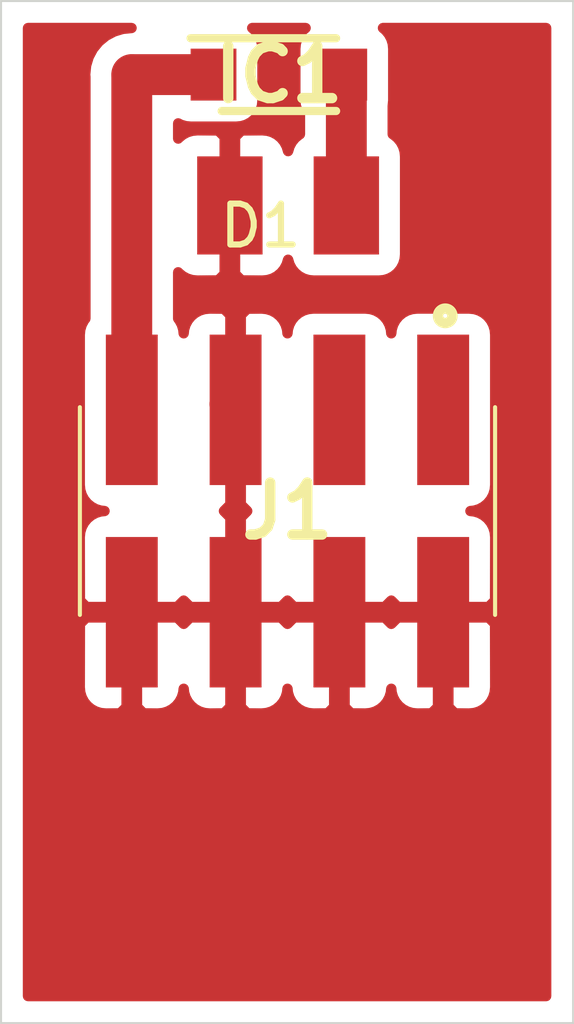
<source format=kicad_pcb>
(kicad_pcb (version 20171130) (host pcbnew "(5.1.6)-1")

  (general
    (thickness 1.6)
    (drawings 27)
    (tracks 5)
    (zones 0)
    (modules 3)
    (nets 4)
  )

  (page A4)
  (layers
    (0 F.Cu signal)
    (31 B.Cu signal hide)
    (32 B.Adhes user hide)
    (33 F.Adhes user hide)
    (34 B.Paste user hide)
    (35 F.Paste user hide)
    (36 B.SilkS user hide)
    (37 F.SilkS user hide)
    (38 B.Mask user hide)
    (39 F.Mask user hide)
    (40 Dwgs.User user hide)
    (41 Cmts.User user hide)
    (42 Eco1.User user hide)
    (43 Eco2.User user hide)
    (44 Edge.Cuts user)
    (45 Margin user hide)
    (46 B.CrtYd user hide)
    (47 F.CrtYd user hide)
    (48 B.Fab user hide)
    (49 F.Fab user hide)
  )

  (setup
    (last_trace_width 0.25)
    (user_trace_width 0.6)
    (user_trace_width 1)
    (trace_clearance 0.2)
    (zone_clearance 0.508)
    (zone_45_only no)
    (trace_min 0.2)
    (via_size 0.8)
    (via_drill 0.4)
    (via_min_size 0.4)
    (via_min_drill 0.3)
    (uvia_size 0.3)
    (uvia_drill 0.1)
    (uvias_allowed no)
    (uvia_min_size 0.2)
    (uvia_min_drill 0.1)
    (edge_width 0.05)
    (segment_width 0.2)
    (pcb_text_width 0.3)
    (pcb_text_size 1.5 1.5)
    (mod_edge_width 0.12)
    (mod_text_size 1 1)
    (mod_text_width 0.15)
    (pad_size 1.524 1.524)
    (pad_drill 0.762)
    (pad_to_mask_clearance 0.05)
    (aux_axis_origin 0 0)
    (visible_elements 7FFFFFFF)
    (pcbplotparams
      (layerselection 0x00000_7fffffff)
      (usegerberextensions false)
      (usegerberattributes true)
      (usegerberadvancedattributes true)
      (creategerberjobfile true)
      (excludeedgelayer false)
      (linewidth 0.100000)
      (plotframeref false)
      (viasonmask false)
      (mode 1)
      (useauxorigin false)
      (hpglpennumber 1)
      (hpglpenspeed 20)
      (hpglpendiameter 15.000000)
      (psnegative true)
      (psa4output false)
      (plotreference false)
      (plotvalue false)
      (plotinvisibletext false)
      (padsonsilk false)
      (subtractmaskfromsilk false)
      (outputformat 4)
      (mirror false)
      (drillshape 0)
      (scaleselection 1)
      (outputdirectory ""))
  )

  (net 0 "")
  (net 1 "Net-(D1-Pad2)")
  (net 2 GND)
  (net 3 +3V3)

  (net_class Default "This is the default net class."
    (clearance 0.2)
    (trace_width 0.25)
    (via_dia 0.8)
    (via_drill 0.4)
    (uvia_dia 0.3)
    (uvia_drill 0.1)
    (add_net +3V3)
    (add_net GND)
    (add_net "Net-(D1-Pad2)")
    (add_net SCL)
    (add_net SDA)
  )

  (module SamacSys_Parts:TSM-104-YY-ZZZ-DV-P-TR (layer F.Cu) (tedit 5F3F11ED) (tstamp 5F3FB61B)
    (at 145.01 87.475)
    (descr TSM-104-YY-ZZZ-DV-P-TR)
    (tags Connector)
    (path /5F3F1E47)
    (attr smd)
    (fp_text reference J1 (at 0 0) (layer F.SilkS)
      (effects (font (size 1.27 1.27) (thickness 0.254)))
    )
    (fp_text value TSM-104-02-S-DV-P-TR (at 0 0) (layer F.SilkS) hide
      (effects (font (size 1.27 1.27) (thickness 0.254)))
    )
    (fp_circle (center 3.86 -4.775) (end 3.81 -4.775) (layer F.SilkS) (width 0.254))
    (fp_line (start -6.28 5.315) (end -6.28 -5.875) (layer Dwgs.User) (width 0.05))
    (fp_line (start 6.28 5.315) (end -6.28 5.315) (layer Dwgs.User) (width 0.05))
    (fp_line (start 6.28 -5.875) (end 6.28 5.315) (layer Dwgs.User) (width 0.05))
    (fp_line (start -6.28 -5.875) (end 6.28 -5.875) (layer Dwgs.User) (width 0.05))
    (fp_line (start -5.08 2.54) (end -5.08 -2.54) (layer F.SilkS) (width 0.1))
    (fp_line (start 5.08 -2.54) (end 5.08 2.54) (layer F.SilkS) (width 0.1))
    (fp_line (start -5.08 2.54) (end -5.08 -2.54) (layer Dwgs.User) (width 0.2))
    (fp_line (start 5.08 2.54) (end -5.08 2.54) (layer Dwgs.User) (width 0.2))
    (fp_line (start 5.08 -2.54) (end 5.08 2.54) (layer Dwgs.User) (width 0.2))
    (fp_line (start -5.08 -2.54) (end 5.08 -2.54) (layer Dwgs.User) (width 0.2))
    (pad 8 smd rect (at -3.81 2.475) (size 1.27 3.68) (layers F.Cu F.Paste F.Mask)
      (net 2 GND))
    (pad 7 smd rect (at -3.81 -2.475) (size 1.27 3.68) (layers F.Cu F.Paste F.Mask)
      (net 3 +3V3))
    (pad 6 smd rect (at -1.27 2.475) (size 1.27 3.68) (layers F.Cu F.Paste F.Mask)
      (net 2 GND))
    (pad 5 smd rect (at -1.27 -2.475) (size 1.27 3.68) (layers F.Cu F.Paste F.Mask)
      (net 2 GND))
    (pad 4 smd rect (at 1.27 2.475) (size 1.27 3.68) (layers F.Cu F.Paste F.Mask)
      (net 2 GND))
    (pad 3 smd rect (at 1.27 -2.475) (size 1.27 3.68) (layers F.Cu F.Paste F.Mask))
    (pad 2 smd rect (at 3.81 2.475) (size 1.27 3.68) (layers F.Cu F.Paste F.Mask)
      (net 2 GND))
    (pad 1 smd rect (at 3.81 -2.475) (size 1.27 3.68) (layers F.Cu F.Paste F.Mask))
  )

  (module SamacSys_Parts:SODFL3718X100N (layer F.Cu) (tedit 5F3F029A) (tstamp 5F3FB5E5)
    (at 144.8 76.8)
    (descr AL5809-20P1-7-)
    (tags "Integrated Circuit")
    (path /5F3F14EE)
    (attr smd)
    (fp_text reference IC1 (at 0 0) (layer F.SilkS)
      (effects (font (size 1.27 1.27) (thickness 0.254)))
    )
    (fp_text value AL5809-20P1-7 (at 0 0) (layer F.SilkS) hide
      (effects (font (size 1.27 1.27) (thickness 0.254)))
    )
    (fp_line (start -1.4 0.89) (end 1.4 0.89) (layer F.SilkS) (width 0.2))
    (fp_line (start -2.16 -0.89) (end 1.4 -0.89) (layer F.SilkS) (width 0.2))
    (fp_line (start -1.4 -0.33) (end -0.84 -0.89) (layer Dwgs.User) (width 0.1))
    (fp_line (start -1.4 0.89) (end -1.4 -0.89) (layer Dwgs.User) (width 0.1))
    (fp_line (start 1.4 0.89) (end -1.4 0.89) (layer Dwgs.User) (width 0.1))
    (fp_line (start 1.4 -0.89) (end 1.4 0.89) (layer Dwgs.User) (width 0.1))
    (fp_line (start -1.4 -0.89) (end 1.4 -0.89) (layer Dwgs.User) (width 0.1))
    (fp_line (start -2.31 1.115) (end -2.31 -1.115) (layer Dwgs.User) (width 0.05))
    (fp_line (start 2.31 1.115) (end -2.31 1.115) (layer Dwgs.User) (width 0.05))
    (fp_line (start 2.31 -1.115) (end 2.31 1.115) (layer Dwgs.User) (width 0.05))
    (fp_line (start -2.31 -1.115) (end 2.31 -1.115) (layer Dwgs.User) (width 0.05))
    (pad 2 smd rect (at 1.6 0) (size 1.12 1.27) (layers F.Cu F.Paste F.Mask)
      (net 1 "Net-(D1-Pad2)"))
    (pad 1 smd rect (at -1.6 0) (size 1.12 1.27) (layers F.Cu F.Paste F.Mask)
      (net 3 +3V3))
  )

  (module "ATTiny4 Breakout:150141AS73100" (layer F.Cu) (tedit 5F3F0C92) (tstamp 5F3FB9C1)
    (at 144.35 80)
    (path /5F3F2B07)
    (fp_text reference D1 (at 0 0.5) (layer F.SilkS)
      (effects (font (size 1 1) (thickness 0.15)))
    )
    (fp_text value LED (at 0 -0.5) (layer F.Fab)
      (effects (font (size 1 1) (thickness 0.15)))
    )
    (pad 2 smd rect (at 2.1 0) (size 1.6 2.4) (layers F.Cu F.Paste F.Mask)
      (net 1 "Net-(D1-Pad2)"))
    (pad 1 smd rect (at -0.75 0) (size 1.6 2.4) (layers F.Cu F.Paste F.Mask)
      (net 2 GND))
  )

  (gr_line (start 136 168) (end 136 73) (layer Eco2.User) (width 0.15) (tstamp 5F486FA5))
  (gr_line (start 201 168) (end 136 168) (layer Eco2.User) (width 0.15))
  (gr_line (start 201 73) (end 201 168) (layer Eco2.User) (width 0.15))
  (gr_line (start 136 73) (end 201 73) (layer Eco2.User) (width 0.15))
  (gr_line (start 152 75) (end 152 100) (layer Edge.Cuts) (width 0.05) (tstamp 5F3FB9B7))
  (gr_line (start 138 75) (end 152 75) (layer Edge.Cuts) (width 0.05) (tstamp 5F3FB9B1))
  (gr_line (start 138 100) (end 138 75) (layer Edge.Cuts) (width 0.05) (tstamp 5F3FB9BA))
  (gr_line (start 152 100) (end 138 100) (layer Edge.Cuts) (width 0.05) (tstamp 5F3FB9B4))
  (gr_line (start 151 94.5) (end 151 100) (layer Dwgs.User) (width 0.15))
  (gr_line (start 139 94.5) (end 151 94.5) (layer Dwgs.User) (width 0.15))
  (gr_line (start 139 100) (end 139 94.5) (layer Dwgs.User) (width 0.15))
  (gr_line (start 145 100) (end 138 100) (layer Dwgs.User) (width 0.15) (tstamp 5F3F8341))
  (gr_line (start 138 75) (end 138 100) (layer Dwgs.User) (width 0.15) (tstamp 5F3F8340))
  (gr_line (start 152 75) (end 138 75) (layer Dwgs.User) (width 0.15))
  (gr_line (start 152 100) (end 152 75) (layer Dwgs.User) (width 0.15))
  (gr_line (start 145 100) (end 152 100) (layer Dwgs.User) (width 0.15))
  (gr_line (start 145 75) (end 145 100) (layer Dwgs.User) (width 0.15) (tstamp 5F3F983D))
  (gr_line (start 151 80) (end 139 80) (layer Dwgs.User) (width 0.15))
  (gr_line (start 139 78.5) (end 151 78.5) (layer Dwgs.User) (width 0.15) (tstamp 5F3F833F))
  (gr_line (start 139 81.5) (end 139 78.5) (layer Dwgs.User) (width 0.15))
  (gr_line (start 151 81.5) (end 139 81.5) (layer Dwgs.User) (width 0.15))
  (gr_line (start 151 78.5) (end 151 81.5) (layer Dwgs.User) (width 0.15))
  (gr_line (start 151 92) (end 151 83) (layer Dwgs.User) (width 0.15) (tstamp 5F3F833E))
  (gr_line (start 139 92) (end 151 92) (layer Dwgs.User) (width 0.15))
  (gr_line (start 139 83) (end 139 92) (layer Dwgs.User) (width 0.15))
  (gr_line (start 151 83) (end 139 83) (layer Dwgs.User) (width 0.15))
  (gr_line (start 139 100) (end 138 100) (layer Dwgs.User) (width 0.15))

  (segment (start 146.45 76.85) (end 146.4 76.8) (width 1) (layer F.Cu) (net 1) (tstamp 5F3FB9DB))
  (segment (start 146.45 80) (end 146.45 76.85) (width 1) (layer F.Cu) (net 1) (tstamp 5F3FB9D8))
  (segment (start 143.6 84.86) (end 143.74 85) (width 1) (layer F.Cu) (net 2) (tstamp 5F3FB9D2))
  (segment (start 143.2 76.8) (end 141.2 76.8) (width 1) (layer F.Cu) (net 3) (tstamp 5F3FB9DE))
  (segment (start 141.2 76.8) (end 141.2 85) (width 1) (layer F.Cu) (net 3) (tstamp 5F3FB9CC))

  (zone (net 2) (net_name GND) (layer F.Cu) (tstamp 0) (hatch edge 0.508)
    (connect_pads (clearance 0.508))
    (min_thickness 0.254)
    (fill yes (arc_segments 32) (thermal_gap 0.508) (thermal_bridge_width 0.508))
    (polygon
      (pts
        (xy 152 100) (xy 138 100) (xy 138 75) (xy 152 75)
      )
    )
    (filled_polygon
      (pts
        (xy 141.144248 75.665) (xy 140.977501 75.681423) (xy 140.763553 75.746324) (xy 140.566377 75.851716) (xy 140.393551 75.993551)
        (xy 140.251716 76.166377) (xy 140.146324 76.363553) (xy 140.081423 76.577501) (xy 140.059509 76.8) (xy 140.065 76.855752)
        (xy 140.065001 82.768296) (xy 140.034463 82.805506) (xy 139.975498 82.91582) (xy 139.939188 83.035518) (xy 139.926928 83.16)
        (xy 139.926928 86.84) (xy 139.939188 86.964482) (xy 139.975498 87.08418) (xy 140.034463 87.194494) (xy 140.113815 87.291185)
        (xy 140.210506 87.370537) (xy 140.32082 87.429502) (xy 140.440518 87.465812) (xy 140.533808 87.475) (xy 140.440518 87.484188)
        (xy 140.32082 87.520498) (xy 140.210506 87.579463) (xy 140.113815 87.658815) (xy 140.034463 87.755506) (xy 139.975498 87.86582)
        (xy 139.939188 87.985518) (xy 139.926928 88.11) (xy 139.93 89.66425) (xy 140.08875 89.823) (xy 141.073 89.823)
        (xy 141.073 89.803) (xy 141.327 89.803) (xy 141.327 89.823) (xy 142.31125 89.823) (xy 142.47 89.66425)
        (xy 142.62875 89.823) (xy 143.613 89.823) (xy 143.613 87.63375) (xy 143.45425 87.475) (xy 143.613 87.31625)
        (xy 143.613 85.127) (xy 143.593 85.127) (xy 143.593 84.873) (xy 143.613 84.873) (xy 143.613 82.68375)
        (xy 143.867 82.68375) (xy 143.867 84.873) (xy 143.887 84.873) (xy 143.887 85.127) (xy 143.867 85.127)
        (xy 143.867 87.31625) (xy 144.02575 87.475) (xy 143.867 87.63375) (xy 143.867 89.823) (xy 144.85125 89.823)
        (xy 145.01 89.66425) (xy 145.16875 89.823) (xy 146.153 89.823) (xy 146.153 89.803) (xy 146.407 89.803)
        (xy 146.407 89.823) (xy 147.39125 89.823) (xy 147.55 89.66425) (xy 147.70875 89.823) (xy 148.693 89.823)
        (xy 148.693 89.803) (xy 148.947 89.803) (xy 148.947 89.823) (xy 149.93125 89.823) (xy 150.09 89.66425)
        (xy 150.093072 88.11) (xy 150.080812 87.985518) (xy 150.044502 87.86582) (xy 149.985537 87.755506) (xy 149.906185 87.658815)
        (xy 149.809494 87.579463) (xy 149.69918 87.520498) (xy 149.579482 87.484188) (xy 149.486192 87.475) (xy 149.579482 87.465812)
        (xy 149.69918 87.429502) (xy 149.809494 87.370537) (xy 149.906185 87.291185) (xy 149.985537 87.194494) (xy 150.044502 87.08418)
        (xy 150.080812 86.964482) (xy 150.093072 86.84) (xy 150.093072 83.16) (xy 150.080812 83.035518) (xy 150.044502 82.91582)
        (xy 149.985537 82.805506) (xy 149.906185 82.708815) (xy 149.809494 82.629463) (xy 149.69918 82.570498) (xy 149.579482 82.534188)
        (xy 149.455 82.521928) (xy 148.185 82.521928) (xy 148.060518 82.534188) (xy 147.94082 82.570498) (xy 147.830506 82.629463)
        (xy 147.733815 82.708815) (xy 147.654463 82.805506) (xy 147.595498 82.91582) (xy 147.559188 83.035518) (xy 147.55 83.128808)
        (xy 147.540812 83.035518) (xy 147.504502 82.91582) (xy 147.445537 82.805506) (xy 147.366185 82.708815) (xy 147.269494 82.629463)
        (xy 147.15918 82.570498) (xy 147.039482 82.534188) (xy 146.915 82.521928) (xy 145.645 82.521928) (xy 145.520518 82.534188)
        (xy 145.40082 82.570498) (xy 145.290506 82.629463) (xy 145.193815 82.708815) (xy 145.114463 82.805506) (xy 145.055498 82.91582)
        (xy 145.019188 83.035518) (xy 145.01 83.128808) (xy 145.000812 83.035518) (xy 144.964502 82.91582) (xy 144.905537 82.805506)
        (xy 144.826185 82.708815) (xy 144.729494 82.629463) (xy 144.61918 82.570498) (xy 144.499482 82.534188) (xy 144.375 82.521928)
        (xy 144.02575 82.525) (xy 143.867 82.68375) (xy 143.613 82.68375) (xy 143.45425 82.525) (xy 143.105 82.521928)
        (xy 142.980518 82.534188) (xy 142.86082 82.570498) (xy 142.750506 82.629463) (xy 142.653815 82.708815) (xy 142.574463 82.805506)
        (xy 142.515498 82.91582) (xy 142.479188 83.035518) (xy 142.47 83.128808) (xy 142.460812 83.035518) (xy 142.424502 82.91582)
        (xy 142.365537 82.805506) (xy 142.335 82.768296) (xy 142.335 81.634351) (xy 142.348815 81.651185) (xy 142.445506 81.730537)
        (xy 142.55582 81.789502) (xy 142.675518 81.825812) (xy 142.8 81.838072) (xy 143.31425 81.835) (xy 143.473 81.67625)
        (xy 143.473 80.127) (xy 143.453 80.127) (xy 143.453 79.873) (xy 143.473 79.873) (xy 143.473 78.32375)
        (xy 143.31425 78.165) (xy 142.8 78.161928) (xy 142.675518 78.174188) (xy 142.55582 78.210498) (xy 142.445506 78.269463)
        (xy 142.348815 78.348815) (xy 142.335 78.365649) (xy 142.335 77.991993) (xy 142.39582 78.024502) (xy 142.515518 78.060812)
        (xy 142.64 78.073072) (xy 143.76 78.073072) (xy 143.884482 78.060812) (xy 144.00418 78.024502) (xy 144.114494 77.965537)
        (xy 144.211185 77.886185) (xy 144.290537 77.789494) (xy 144.349502 77.67918) (xy 144.385812 77.559482) (xy 144.398072 77.435)
        (xy 144.398072 76.165) (xy 144.385812 76.040518) (xy 144.349502 75.92082) (xy 144.290537 75.810506) (xy 144.211185 75.713815)
        (xy 144.145611 75.66) (xy 145.454389 75.66) (xy 145.388815 75.713815) (xy 145.309463 75.810506) (xy 145.250498 75.92082)
        (xy 145.214188 76.040518) (xy 145.201928 76.165) (xy 145.201928 77.435) (xy 145.214188 77.559482) (xy 145.250498 77.67918)
        (xy 145.309463 77.789494) (xy 145.315001 77.796242) (xy 145.315001 78.259043) (xy 145.295506 78.269463) (xy 145.198815 78.348815)
        (xy 145.119463 78.445506) (xy 145.060498 78.55582) (xy 145.025 78.672841) (xy 144.989502 78.55582) (xy 144.930537 78.445506)
        (xy 144.851185 78.348815) (xy 144.754494 78.269463) (xy 144.64418 78.210498) (xy 144.524482 78.174188) (xy 144.4 78.161928)
        (xy 143.88575 78.165) (xy 143.727 78.32375) (xy 143.727 79.873) (xy 143.747 79.873) (xy 143.747 80.127)
        (xy 143.727 80.127) (xy 143.727 81.67625) (xy 143.88575 81.835) (xy 144.4 81.838072) (xy 144.524482 81.825812)
        (xy 144.64418 81.789502) (xy 144.754494 81.730537) (xy 144.851185 81.651185) (xy 144.930537 81.554494) (xy 144.989502 81.44418)
        (xy 145.025 81.327159) (xy 145.060498 81.44418) (xy 145.119463 81.554494) (xy 145.198815 81.651185) (xy 145.295506 81.730537)
        (xy 145.40582 81.789502) (xy 145.525518 81.825812) (xy 145.65 81.838072) (xy 147.25 81.838072) (xy 147.374482 81.825812)
        (xy 147.49418 81.789502) (xy 147.604494 81.730537) (xy 147.701185 81.651185) (xy 147.780537 81.554494) (xy 147.839502 81.44418)
        (xy 147.875812 81.324482) (xy 147.888072 81.2) (xy 147.888072 78.8) (xy 147.875812 78.675518) (xy 147.839502 78.55582)
        (xy 147.780537 78.445506) (xy 147.701185 78.348815) (xy 147.604494 78.269463) (xy 147.585 78.259043) (xy 147.585 77.562159)
        (xy 147.585812 77.559482) (xy 147.598072 77.435) (xy 147.598072 76.165) (xy 147.585812 76.040518) (xy 147.549502 75.92082)
        (xy 147.490537 75.810506) (xy 147.411185 75.713815) (xy 147.345611 75.66) (xy 151.34 75.66) (xy 151.340001 99.34)
        (xy 138.66 99.34) (xy 138.66 91.79) (xy 139.926928 91.79) (xy 139.939188 91.914482) (xy 139.975498 92.03418)
        (xy 140.034463 92.144494) (xy 140.113815 92.241185) (xy 140.210506 92.320537) (xy 140.32082 92.379502) (xy 140.440518 92.415812)
        (xy 140.565 92.428072) (xy 140.91425 92.425) (xy 141.073 92.26625) (xy 141.073 90.077) (xy 141.327 90.077)
        (xy 141.327 92.26625) (xy 141.48575 92.425) (xy 141.835 92.428072) (xy 141.959482 92.415812) (xy 142.07918 92.379502)
        (xy 142.189494 92.320537) (xy 142.286185 92.241185) (xy 142.365537 92.144494) (xy 142.424502 92.03418) (xy 142.460812 91.914482)
        (xy 142.47 91.821192) (xy 142.479188 91.914482) (xy 142.515498 92.03418) (xy 142.574463 92.144494) (xy 142.653815 92.241185)
        (xy 142.750506 92.320537) (xy 142.86082 92.379502) (xy 142.980518 92.415812) (xy 143.105 92.428072) (xy 143.45425 92.425)
        (xy 143.613 92.26625) (xy 143.613 90.077) (xy 143.867 90.077) (xy 143.867 92.26625) (xy 144.02575 92.425)
        (xy 144.375 92.428072) (xy 144.499482 92.415812) (xy 144.61918 92.379502) (xy 144.729494 92.320537) (xy 144.826185 92.241185)
        (xy 144.905537 92.144494) (xy 144.964502 92.03418) (xy 145.000812 91.914482) (xy 145.01 91.821192) (xy 145.019188 91.914482)
        (xy 145.055498 92.03418) (xy 145.114463 92.144494) (xy 145.193815 92.241185) (xy 145.290506 92.320537) (xy 145.40082 92.379502)
        (xy 145.520518 92.415812) (xy 145.645 92.428072) (xy 145.99425 92.425) (xy 146.153 92.26625) (xy 146.153 90.077)
        (xy 146.407 90.077) (xy 146.407 92.26625) (xy 146.56575 92.425) (xy 146.915 92.428072) (xy 147.039482 92.415812)
        (xy 147.15918 92.379502) (xy 147.269494 92.320537) (xy 147.366185 92.241185) (xy 147.445537 92.144494) (xy 147.504502 92.03418)
        (xy 147.540812 91.914482) (xy 147.55 91.821192) (xy 147.559188 91.914482) (xy 147.595498 92.03418) (xy 147.654463 92.144494)
        (xy 147.733815 92.241185) (xy 147.830506 92.320537) (xy 147.94082 92.379502) (xy 148.060518 92.415812) (xy 148.185 92.428072)
        (xy 148.53425 92.425) (xy 148.693 92.26625) (xy 148.693 90.077) (xy 148.947 90.077) (xy 148.947 92.26625)
        (xy 149.10575 92.425) (xy 149.455 92.428072) (xy 149.579482 92.415812) (xy 149.69918 92.379502) (xy 149.809494 92.320537)
        (xy 149.906185 92.241185) (xy 149.985537 92.144494) (xy 150.044502 92.03418) (xy 150.080812 91.914482) (xy 150.093072 91.79)
        (xy 150.09 90.23575) (xy 149.93125 90.077) (xy 148.947 90.077) (xy 148.693 90.077) (xy 147.70875 90.077)
        (xy 147.55 90.23575) (xy 147.39125 90.077) (xy 146.407 90.077) (xy 146.153 90.077) (xy 145.16875 90.077)
        (xy 145.01 90.23575) (xy 144.85125 90.077) (xy 143.867 90.077) (xy 143.613 90.077) (xy 142.62875 90.077)
        (xy 142.47 90.23575) (xy 142.31125 90.077) (xy 141.327 90.077) (xy 141.073 90.077) (xy 140.08875 90.077)
        (xy 139.93 90.23575) (xy 139.926928 91.79) (xy 138.66 91.79) (xy 138.66 75.66) (xy 141.195015 75.66)
      )
    )
  )
)

</source>
